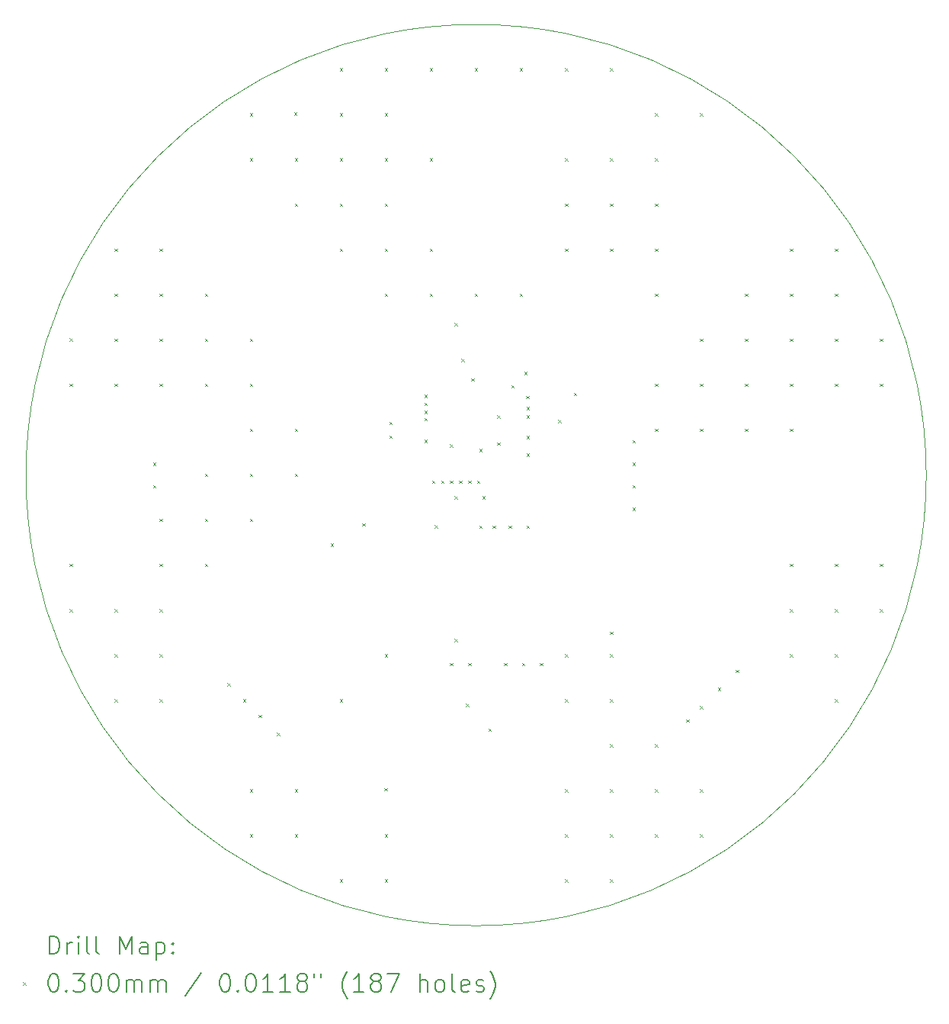
<source format=gbr>
%TF.GenerationSoftware,KiCad,Pcbnew,8.0.4*%
%TF.CreationDate,2024-09-30T00:03:33+08:00*%
%TF.ProjectId,Transformer_Monitor_V1,5472616e-7366-46f7-926d-65725f4d6f6e,rev?*%
%TF.SameCoordinates,Original*%
%TF.FileFunction,Drillmap*%
%TF.FilePolarity,Positive*%
%FSLAX45Y45*%
G04 Gerber Fmt 4.5, Leading zero omitted, Abs format (unit mm)*
G04 Created by KiCad (PCBNEW 8.0.4) date 2024-09-30 00:03:33*
%MOMM*%
%LPD*%
G01*
G04 APERTURE LIST*
%ADD10C,0.050000*%
%ADD11C,0.200000*%
%ADD12C,0.100000*%
G04 APERTURE END LIST*
D10*
X20000000Y-10000000D02*
G75*
G02*
X10000000Y-10000000I-5000000J0D01*
G01*
X10000000Y-10000000D02*
G75*
G02*
X20000000Y-10000000I5000000J0D01*
G01*
D11*
D12*
X10485000Y-8985000D02*
X10515000Y-9015000D01*
X10515000Y-8985000D02*
X10485000Y-9015000D01*
X10485000Y-10985000D02*
X10515000Y-11015000D01*
X10515000Y-10985000D02*
X10485000Y-11015000D01*
X10485000Y-11485000D02*
X10515000Y-11515000D01*
X10515000Y-11485000D02*
X10485000Y-11515000D01*
X10485732Y-8482123D02*
X10515732Y-8512123D01*
X10515732Y-8482123D02*
X10485732Y-8512123D01*
X10985000Y-7485000D02*
X11015000Y-7515000D01*
X11015000Y-7485000D02*
X10985000Y-7515000D01*
X10985000Y-7985000D02*
X11015000Y-8015000D01*
X11015000Y-7985000D02*
X10985000Y-8015000D01*
X10985000Y-8485000D02*
X11015000Y-8515000D01*
X11015000Y-8485000D02*
X10985000Y-8515000D01*
X10985000Y-8985000D02*
X11015000Y-9015000D01*
X11015000Y-8985000D02*
X10985000Y-9015000D01*
X10985000Y-11485000D02*
X11015000Y-11515000D01*
X11015000Y-11485000D02*
X10985000Y-11515000D01*
X10985000Y-11985000D02*
X11015000Y-12015000D01*
X11015000Y-11985000D02*
X10985000Y-12015000D01*
X10985000Y-12485000D02*
X11015000Y-12515000D01*
X11015000Y-12485000D02*
X10985000Y-12515000D01*
X11410000Y-9860000D02*
X11440000Y-9890000D01*
X11440000Y-9860000D02*
X11410000Y-9890000D01*
X11410000Y-10110000D02*
X11440000Y-10140000D01*
X11440000Y-10110000D02*
X11410000Y-10140000D01*
X11485000Y-7485000D02*
X11515000Y-7515000D01*
X11515000Y-7485000D02*
X11485000Y-7515000D01*
X11485000Y-7985000D02*
X11515000Y-8015000D01*
X11515000Y-7985000D02*
X11485000Y-8015000D01*
X11485000Y-8485000D02*
X11515000Y-8515000D01*
X11515000Y-8485000D02*
X11485000Y-8515000D01*
X11485000Y-8985000D02*
X11515000Y-9015000D01*
X11515000Y-8985000D02*
X11485000Y-9015000D01*
X11485000Y-10485000D02*
X11515000Y-10515000D01*
X11515000Y-10485000D02*
X11485000Y-10515000D01*
X11485000Y-10985000D02*
X11515000Y-11015000D01*
X11515000Y-10985000D02*
X11485000Y-11015000D01*
X11485000Y-11485000D02*
X11515000Y-11515000D01*
X11515000Y-11485000D02*
X11485000Y-11515000D01*
X11485000Y-11985000D02*
X11515000Y-12015000D01*
X11515000Y-11985000D02*
X11485000Y-12015000D01*
X11485000Y-12485000D02*
X11515000Y-12515000D01*
X11515000Y-12485000D02*
X11485000Y-12515000D01*
X11985000Y-7985000D02*
X12015000Y-8015000D01*
X12015000Y-7985000D02*
X11985000Y-8015000D01*
X11985000Y-8485000D02*
X12015000Y-8515000D01*
X12015000Y-8485000D02*
X11985000Y-8515000D01*
X11985000Y-8985000D02*
X12015000Y-9015000D01*
X12015000Y-8985000D02*
X11985000Y-9015000D01*
X11985000Y-9985000D02*
X12015000Y-10015000D01*
X12015000Y-9985000D02*
X11985000Y-10015000D01*
X11985000Y-10485000D02*
X12015000Y-10515000D01*
X12015000Y-10485000D02*
X11985000Y-10515000D01*
X11985000Y-10985000D02*
X12015000Y-11015000D01*
X12015000Y-10985000D02*
X11985000Y-11015000D01*
X12235000Y-12310000D02*
X12265000Y-12340000D01*
X12265000Y-12310000D02*
X12235000Y-12340000D01*
X12410000Y-12485000D02*
X12440000Y-12515000D01*
X12440000Y-12485000D02*
X12410000Y-12515000D01*
X12485000Y-5985000D02*
X12515000Y-6015000D01*
X12515000Y-5985000D02*
X12485000Y-6015000D01*
X12485000Y-6485000D02*
X12515000Y-6515000D01*
X12515000Y-6485000D02*
X12485000Y-6515000D01*
X12485000Y-8485000D02*
X12515000Y-8515000D01*
X12515000Y-8485000D02*
X12485000Y-8515000D01*
X12485000Y-8985000D02*
X12515000Y-9015000D01*
X12515000Y-8985000D02*
X12485000Y-9015000D01*
X12485000Y-9485000D02*
X12515000Y-9515000D01*
X12515000Y-9485000D02*
X12485000Y-9515000D01*
X12485000Y-9985000D02*
X12515000Y-10015000D01*
X12515000Y-9985000D02*
X12485000Y-10015000D01*
X12485000Y-10485000D02*
X12515000Y-10515000D01*
X12515000Y-10485000D02*
X12485000Y-10515000D01*
X12485000Y-13485000D02*
X12515000Y-13515000D01*
X12515000Y-13485000D02*
X12485000Y-13515000D01*
X12485000Y-13985000D02*
X12515000Y-14015000D01*
X12515000Y-13985000D02*
X12485000Y-14015000D01*
X12585000Y-12660000D02*
X12615000Y-12690000D01*
X12615000Y-12660000D02*
X12585000Y-12690000D01*
X12785000Y-12860000D02*
X12815000Y-12890000D01*
X12815000Y-12860000D02*
X12785000Y-12890000D01*
X12977197Y-5977252D02*
X13007197Y-6007252D01*
X13007197Y-5977252D02*
X12977197Y-6007252D01*
X12985000Y-6485000D02*
X13015000Y-6515000D01*
X13015000Y-6485000D02*
X12985000Y-6515000D01*
X12985000Y-6985000D02*
X13015000Y-7015000D01*
X13015000Y-6985000D02*
X12985000Y-7015000D01*
X12985000Y-9485000D02*
X13015000Y-9515000D01*
X13015000Y-9485000D02*
X12985000Y-9515000D01*
X12985000Y-9985000D02*
X13015000Y-10015000D01*
X13015000Y-9985000D02*
X12985000Y-10015000D01*
X12985000Y-13485000D02*
X13015000Y-13515000D01*
X13015000Y-13485000D02*
X12985000Y-13515000D01*
X12985000Y-13985000D02*
X13015000Y-14015000D01*
X13015000Y-13985000D02*
X12985000Y-14015000D01*
X13385000Y-10760000D02*
X13415000Y-10790000D01*
X13415000Y-10760000D02*
X13385000Y-10790000D01*
X13485000Y-5485000D02*
X13515000Y-5515000D01*
X13515000Y-5485000D02*
X13485000Y-5515000D01*
X13485000Y-5985000D02*
X13515000Y-6015000D01*
X13515000Y-5985000D02*
X13485000Y-6015000D01*
X13485000Y-6485000D02*
X13515000Y-6515000D01*
X13515000Y-6485000D02*
X13485000Y-6515000D01*
X13485000Y-6985000D02*
X13515000Y-7015000D01*
X13515000Y-6985000D02*
X13485000Y-7015000D01*
X13485000Y-7485000D02*
X13515000Y-7515000D01*
X13515000Y-7485000D02*
X13485000Y-7515000D01*
X13485000Y-12485000D02*
X13515000Y-12515000D01*
X13515000Y-12485000D02*
X13485000Y-12515000D01*
X13485000Y-14485000D02*
X13515000Y-14515000D01*
X13515000Y-14485000D02*
X13485000Y-14515000D01*
X13735000Y-10535000D02*
X13765000Y-10565000D01*
X13765000Y-10535000D02*
X13735000Y-10565000D01*
X13982422Y-13472545D02*
X14012422Y-13502545D01*
X14012422Y-13472545D02*
X13982422Y-13502545D01*
X13985000Y-5485000D02*
X14015000Y-5515000D01*
X14015000Y-5485000D02*
X13985000Y-5515000D01*
X13985000Y-5985000D02*
X14015000Y-6015000D01*
X14015000Y-5985000D02*
X13985000Y-6015000D01*
X13985000Y-6485000D02*
X14015000Y-6515000D01*
X14015000Y-6485000D02*
X13985000Y-6515000D01*
X13985000Y-6985000D02*
X14015000Y-7015000D01*
X14015000Y-6985000D02*
X13985000Y-7015000D01*
X13985000Y-7485000D02*
X14015000Y-7515000D01*
X14015000Y-7485000D02*
X13985000Y-7515000D01*
X13985000Y-7985000D02*
X14015000Y-8015000D01*
X14015000Y-7985000D02*
X13985000Y-8015000D01*
X13985000Y-11985000D02*
X14015000Y-12015000D01*
X14015000Y-11985000D02*
X13985000Y-12015000D01*
X13985000Y-13985000D02*
X14015000Y-14015000D01*
X14015000Y-13985000D02*
X13985000Y-14015000D01*
X13985000Y-14485000D02*
X14015000Y-14515000D01*
X14015000Y-14485000D02*
X13985000Y-14515000D01*
X14035000Y-9410000D02*
X14065000Y-9440000D01*
X14065000Y-9410000D02*
X14035000Y-9440000D01*
X14035000Y-9560000D02*
X14065000Y-9590000D01*
X14065000Y-9560000D02*
X14035000Y-9590000D01*
X14423408Y-9609332D02*
X14453408Y-9639332D01*
X14453408Y-9609332D02*
X14423408Y-9639332D01*
X14425000Y-9110000D02*
X14455000Y-9140000D01*
X14455000Y-9110000D02*
X14425000Y-9140000D01*
X14425000Y-9195000D02*
X14455000Y-9225000D01*
X14455000Y-9195000D02*
X14425000Y-9225000D01*
X14425000Y-9285000D02*
X14455000Y-9315000D01*
X14455000Y-9285000D02*
X14425000Y-9315000D01*
X14425000Y-9365000D02*
X14455000Y-9395000D01*
X14455000Y-9365000D02*
X14425000Y-9395000D01*
X14485000Y-5485000D02*
X14515000Y-5515000D01*
X14515000Y-5485000D02*
X14485000Y-5515000D01*
X14485000Y-6485000D02*
X14515000Y-6515000D01*
X14515000Y-6485000D02*
X14485000Y-6515000D01*
X14485000Y-7485000D02*
X14515000Y-7515000D01*
X14515000Y-7485000D02*
X14485000Y-7515000D01*
X14485000Y-7985000D02*
X14515000Y-8015000D01*
X14515000Y-7985000D02*
X14485000Y-8015000D01*
X14510000Y-10060000D02*
X14540000Y-10090000D01*
X14540000Y-10060000D02*
X14510000Y-10090000D01*
X14538486Y-10555032D02*
X14568486Y-10585032D01*
X14568486Y-10555032D02*
X14538486Y-10585032D01*
X14610000Y-10060000D02*
X14640000Y-10090000D01*
X14640000Y-10060000D02*
X14610000Y-10090000D01*
X14710000Y-9660000D02*
X14740000Y-9690000D01*
X14740000Y-9660000D02*
X14710000Y-9690000D01*
X14710000Y-10060000D02*
X14740000Y-10090000D01*
X14740000Y-10060000D02*
X14710000Y-10090000D01*
X14710000Y-12085000D02*
X14740000Y-12115000D01*
X14740000Y-12085000D02*
X14710000Y-12115000D01*
X14759434Y-11818368D02*
X14789434Y-11848368D01*
X14789434Y-11818368D02*
X14759434Y-11848368D01*
X14760000Y-8310000D02*
X14790000Y-8340000D01*
X14790000Y-8310000D02*
X14760000Y-8340000D01*
X14760000Y-10235000D02*
X14790000Y-10265000D01*
X14790000Y-10235000D02*
X14760000Y-10265000D01*
X14810000Y-10060000D02*
X14840000Y-10090000D01*
X14840000Y-10060000D02*
X14810000Y-10090000D01*
X14835000Y-8710000D02*
X14865000Y-8740000D01*
X14865000Y-8710000D02*
X14835000Y-8740000D01*
X14885000Y-12535000D02*
X14915000Y-12565000D01*
X14915000Y-12535000D02*
X14885000Y-12565000D01*
X14910000Y-10060000D02*
X14940000Y-10090000D01*
X14940000Y-10060000D02*
X14910000Y-10090000D01*
X14910000Y-12085000D02*
X14940000Y-12115000D01*
X14940000Y-12085000D02*
X14910000Y-12115000D01*
X14946485Y-8927201D02*
X14976485Y-8957201D01*
X14976485Y-8927201D02*
X14946485Y-8957201D01*
X14985000Y-5485000D02*
X15015000Y-5515000D01*
X15015000Y-5485000D02*
X14985000Y-5515000D01*
X14985000Y-7985000D02*
X15015000Y-8015000D01*
X15015000Y-7985000D02*
X14985000Y-8015000D01*
X15010000Y-10060000D02*
X15040000Y-10090000D01*
X15040000Y-10060000D02*
X15010000Y-10090000D01*
X15035000Y-9710000D02*
X15065000Y-9740000D01*
X15065000Y-9710000D02*
X15035000Y-9740000D01*
X15035000Y-10560000D02*
X15065000Y-10590000D01*
X15065000Y-10560000D02*
X15035000Y-10590000D01*
X15070000Y-10235000D02*
X15100000Y-10265000D01*
X15100000Y-10235000D02*
X15070000Y-10265000D01*
X15135000Y-12810000D02*
X15165000Y-12840000D01*
X15165000Y-12810000D02*
X15135000Y-12840000D01*
X15185000Y-10560000D02*
X15215000Y-10590000D01*
X15215000Y-10560000D02*
X15185000Y-10590000D01*
X15235000Y-9335000D02*
X15265000Y-9365000D01*
X15265000Y-9335000D02*
X15235000Y-9365000D01*
X15235000Y-9635000D02*
X15265000Y-9665000D01*
X15265000Y-9635000D02*
X15235000Y-9665000D01*
X15310000Y-12085000D02*
X15340000Y-12115000D01*
X15340000Y-12085000D02*
X15310000Y-12115000D01*
X15360000Y-10560000D02*
X15390000Y-10590000D01*
X15390000Y-10560000D02*
X15360000Y-10590000D01*
X15391921Y-9000457D02*
X15421921Y-9030457D01*
X15421921Y-9000457D02*
X15391921Y-9030457D01*
X15485000Y-5485000D02*
X15515000Y-5515000D01*
X15515000Y-5485000D02*
X15485000Y-5515000D01*
X15485000Y-7985000D02*
X15515000Y-8015000D01*
X15515000Y-7985000D02*
X15485000Y-8015000D01*
X15510000Y-12085000D02*
X15540000Y-12115000D01*
X15540000Y-12085000D02*
X15510000Y-12115000D01*
X15533091Y-8851506D02*
X15563091Y-8881506D01*
X15563091Y-8851506D02*
X15533091Y-8881506D01*
X15556213Y-9121177D02*
X15586213Y-9151177D01*
X15586213Y-9121177D02*
X15556213Y-9151177D01*
X15560000Y-9241177D02*
X15590000Y-9271177D01*
X15590000Y-9241177D02*
X15560000Y-9271177D01*
X15560000Y-9335000D02*
X15590000Y-9365000D01*
X15590000Y-9335000D02*
X15560000Y-9365000D01*
X15560000Y-9566038D02*
X15590000Y-9596038D01*
X15590000Y-9566038D02*
X15560000Y-9596038D01*
X15560000Y-9760000D02*
X15590000Y-9790000D01*
X15590000Y-9760000D02*
X15560000Y-9790000D01*
X15560000Y-10560000D02*
X15590000Y-10590000D01*
X15590000Y-10560000D02*
X15560000Y-10590000D01*
X15710000Y-12085000D02*
X15740000Y-12115000D01*
X15740000Y-12085000D02*
X15710000Y-12115000D01*
X15910000Y-9385000D02*
X15940000Y-9415000D01*
X15940000Y-9385000D02*
X15910000Y-9415000D01*
X15985000Y-5485000D02*
X16015000Y-5515000D01*
X16015000Y-5485000D02*
X15985000Y-5515000D01*
X15985000Y-6485000D02*
X16015000Y-6515000D01*
X16015000Y-6485000D02*
X15985000Y-6515000D01*
X15985000Y-6985000D02*
X16015000Y-7015000D01*
X16015000Y-6985000D02*
X15985000Y-7015000D01*
X15985000Y-7485000D02*
X16015000Y-7515000D01*
X16015000Y-7485000D02*
X15985000Y-7515000D01*
X15985000Y-11985000D02*
X16015000Y-12015000D01*
X16015000Y-11985000D02*
X15985000Y-12015000D01*
X15985000Y-12485000D02*
X16015000Y-12515000D01*
X16015000Y-12485000D02*
X15985000Y-12515000D01*
X15985000Y-13485000D02*
X16015000Y-13515000D01*
X16015000Y-13485000D02*
X15985000Y-13515000D01*
X15985000Y-13985000D02*
X16015000Y-14015000D01*
X16015000Y-13985000D02*
X15985000Y-14015000D01*
X15985000Y-14485000D02*
X16015000Y-14515000D01*
X16015000Y-14485000D02*
X15985000Y-14515000D01*
X16085000Y-9085000D02*
X16115000Y-9115000D01*
X16115000Y-9085000D02*
X16085000Y-9115000D01*
X16485000Y-5485000D02*
X16515000Y-5515000D01*
X16515000Y-5485000D02*
X16485000Y-5515000D01*
X16485000Y-6485000D02*
X16515000Y-6515000D01*
X16515000Y-6485000D02*
X16485000Y-6515000D01*
X16485000Y-6985000D02*
X16515000Y-7015000D01*
X16515000Y-6985000D02*
X16485000Y-7015000D01*
X16485000Y-7485000D02*
X16515000Y-7515000D01*
X16515000Y-7485000D02*
X16485000Y-7515000D01*
X16485000Y-11735000D02*
X16515000Y-11765000D01*
X16515000Y-11735000D02*
X16485000Y-11765000D01*
X16485000Y-11985000D02*
X16515000Y-12015000D01*
X16515000Y-11985000D02*
X16485000Y-12015000D01*
X16485000Y-12485000D02*
X16515000Y-12515000D01*
X16515000Y-12485000D02*
X16485000Y-12515000D01*
X16485000Y-12985000D02*
X16515000Y-13015000D01*
X16515000Y-12985000D02*
X16485000Y-13015000D01*
X16485000Y-13485000D02*
X16515000Y-13515000D01*
X16515000Y-13485000D02*
X16485000Y-13515000D01*
X16485000Y-13985000D02*
X16515000Y-14015000D01*
X16515000Y-13985000D02*
X16485000Y-14015000D01*
X16485000Y-14485000D02*
X16515000Y-14515000D01*
X16515000Y-14485000D02*
X16485000Y-14515000D01*
X16735000Y-9610000D02*
X16765000Y-9640000D01*
X16765000Y-9610000D02*
X16735000Y-9640000D01*
X16735000Y-9860000D02*
X16765000Y-9890000D01*
X16765000Y-9860000D02*
X16735000Y-9890000D01*
X16735000Y-10110000D02*
X16765000Y-10140000D01*
X16765000Y-10110000D02*
X16735000Y-10140000D01*
X16735000Y-10360000D02*
X16765000Y-10390000D01*
X16765000Y-10360000D02*
X16735000Y-10390000D01*
X16985000Y-5985000D02*
X17015000Y-6015000D01*
X17015000Y-5985000D02*
X16985000Y-6015000D01*
X16985000Y-6485000D02*
X17015000Y-6515000D01*
X17015000Y-6485000D02*
X16985000Y-6515000D01*
X16985000Y-6985000D02*
X17015000Y-7015000D01*
X17015000Y-6985000D02*
X16985000Y-7015000D01*
X16985000Y-7485000D02*
X17015000Y-7515000D01*
X17015000Y-7485000D02*
X16985000Y-7515000D01*
X16985000Y-7985000D02*
X17015000Y-8015000D01*
X17015000Y-7985000D02*
X16985000Y-8015000D01*
X16985000Y-8985000D02*
X17015000Y-9015000D01*
X17015000Y-8985000D02*
X16985000Y-9015000D01*
X16985000Y-9485000D02*
X17015000Y-9515000D01*
X17015000Y-9485000D02*
X16985000Y-9515000D01*
X16985000Y-12985000D02*
X17015000Y-13015000D01*
X17015000Y-12985000D02*
X16985000Y-13015000D01*
X16985000Y-13485000D02*
X17015000Y-13515000D01*
X17015000Y-13485000D02*
X16985000Y-13515000D01*
X16985000Y-13985000D02*
X17015000Y-14015000D01*
X17015000Y-13985000D02*
X16985000Y-14015000D01*
X17335000Y-12710000D02*
X17365000Y-12740000D01*
X17365000Y-12710000D02*
X17335000Y-12740000D01*
X17485000Y-5985000D02*
X17515000Y-6015000D01*
X17515000Y-5985000D02*
X17485000Y-6015000D01*
X17485000Y-8485000D02*
X17515000Y-8515000D01*
X17515000Y-8485000D02*
X17485000Y-8515000D01*
X17485000Y-8985000D02*
X17515000Y-9015000D01*
X17515000Y-8985000D02*
X17485000Y-9015000D01*
X17485000Y-9485000D02*
X17515000Y-9515000D01*
X17515000Y-9485000D02*
X17485000Y-9515000D01*
X17485000Y-12560000D02*
X17515000Y-12590000D01*
X17515000Y-12560000D02*
X17485000Y-12590000D01*
X17485000Y-13485000D02*
X17515000Y-13515000D01*
X17515000Y-13485000D02*
X17485000Y-13515000D01*
X17485000Y-13985000D02*
X17515000Y-14015000D01*
X17515000Y-13985000D02*
X17485000Y-14015000D01*
X17685000Y-12360000D02*
X17715000Y-12390000D01*
X17715000Y-12360000D02*
X17685000Y-12390000D01*
X17885000Y-12160000D02*
X17915000Y-12190000D01*
X17915000Y-12160000D02*
X17885000Y-12190000D01*
X17985000Y-7985000D02*
X18015000Y-8015000D01*
X18015000Y-7985000D02*
X17985000Y-8015000D01*
X17985000Y-8485000D02*
X18015000Y-8515000D01*
X18015000Y-8485000D02*
X17985000Y-8515000D01*
X17985000Y-8985000D02*
X18015000Y-9015000D01*
X18015000Y-8985000D02*
X17985000Y-9015000D01*
X17985000Y-9485000D02*
X18015000Y-9515000D01*
X18015000Y-9485000D02*
X17985000Y-9515000D01*
X18485000Y-7485000D02*
X18515000Y-7515000D01*
X18515000Y-7485000D02*
X18485000Y-7515000D01*
X18485000Y-7985000D02*
X18515000Y-8015000D01*
X18515000Y-7985000D02*
X18485000Y-8015000D01*
X18485000Y-8485000D02*
X18515000Y-8515000D01*
X18515000Y-8485000D02*
X18485000Y-8515000D01*
X18485000Y-8985000D02*
X18515000Y-9015000D01*
X18515000Y-8985000D02*
X18485000Y-9015000D01*
X18485000Y-9485000D02*
X18515000Y-9515000D01*
X18515000Y-9485000D02*
X18485000Y-9515000D01*
X18485000Y-10985000D02*
X18515000Y-11015000D01*
X18515000Y-10985000D02*
X18485000Y-11015000D01*
X18485000Y-11485000D02*
X18515000Y-11515000D01*
X18515000Y-11485000D02*
X18485000Y-11515000D01*
X18485000Y-11985000D02*
X18515000Y-12015000D01*
X18515000Y-11985000D02*
X18485000Y-12015000D01*
X18985000Y-7485000D02*
X19015000Y-7515000D01*
X19015000Y-7485000D02*
X18985000Y-7515000D01*
X18985000Y-7985000D02*
X19015000Y-8015000D01*
X19015000Y-7985000D02*
X18985000Y-8015000D01*
X18985000Y-8485000D02*
X19015000Y-8515000D01*
X19015000Y-8485000D02*
X18985000Y-8515000D01*
X18985000Y-8985000D02*
X19015000Y-9015000D01*
X19015000Y-8985000D02*
X18985000Y-9015000D01*
X18985000Y-10985000D02*
X19015000Y-11015000D01*
X19015000Y-10985000D02*
X18985000Y-11015000D01*
X18985000Y-11485000D02*
X19015000Y-11515000D01*
X19015000Y-11485000D02*
X18985000Y-11515000D01*
X18985000Y-11985000D02*
X19015000Y-12015000D01*
X19015000Y-11985000D02*
X18985000Y-12015000D01*
X18985000Y-12485000D02*
X19015000Y-12515000D01*
X19015000Y-12485000D02*
X18985000Y-12515000D01*
X19485000Y-8485000D02*
X19515000Y-8515000D01*
X19515000Y-8485000D02*
X19485000Y-8515000D01*
X19485000Y-8985000D02*
X19515000Y-9015000D01*
X19515000Y-8985000D02*
X19485000Y-9015000D01*
X19485000Y-10985000D02*
X19515000Y-11015000D01*
X19515000Y-10985000D02*
X19485000Y-11015000D01*
X19485000Y-11485000D02*
X19515000Y-11515000D01*
X19515000Y-11485000D02*
X19485000Y-11515000D01*
D11*
X10258277Y-15313984D02*
X10258277Y-15113984D01*
X10258277Y-15113984D02*
X10305896Y-15113984D01*
X10305896Y-15113984D02*
X10334467Y-15123508D01*
X10334467Y-15123508D02*
X10353515Y-15142555D01*
X10353515Y-15142555D02*
X10363039Y-15161603D01*
X10363039Y-15161603D02*
X10372563Y-15199698D01*
X10372563Y-15199698D02*
X10372563Y-15228269D01*
X10372563Y-15228269D02*
X10363039Y-15266365D01*
X10363039Y-15266365D02*
X10353515Y-15285412D01*
X10353515Y-15285412D02*
X10334467Y-15304460D01*
X10334467Y-15304460D02*
X10305896Y-15313984D01*
X10305896Y-15313984D02*
X10258277Y-15313984D01*
X10458277Y-15313984D02*
X10458277Y-15180650D01*
X10458277Y-15218746D02*
X10467801Y-15199698D01*
X10467801Y-15199698D02*
X10477324Y-15190174D01*
X10477324Y-15190174D02*
X10496372Y-15180650D01*
X10496372Y-15180650D02*
X10515420Y-15180650D01*
X10582086Y-15313984D02*
X10582086Y-15180650D01*
X10582086Y-15113984D02*
X10572563Y-15123508D01*
X10572563Y-15123508D02*
X10582086Y-15133031D01*
X10582086Y-15133031D02*
X10591610Y-15123508D01*
X10591610Y-15123508D02*
X10582086Y-15113984D01*
X10582086Y-15113984D02*
X10582086Y-15133031D01*
X10705896Y-15313984D02*
X10686848Y-15304460D01*
X10686848Y-15304460D02*
X10677324Y-15285412D01*
X10677324Y-15285412D02*
X10677324Y-15113984D01*
X10810658Y-15313984D02*
X10791610Y-15304460D01*
X10791610Y-15304460D02*
X10782086Y-15285412D01*
X10782086Y-15285412D02*
X10782086Y-15113984D01*
X11039229Y-15313984D02*
X11039229Y-15113984D01*
X11039229Y-15113984D02*
X11105896Y-15256841D01*
X11105896Y-15256841D02*
X11172563Y-15113984D01*
X11172563Y-15113984D02*
X11172563Y-15313984D01*
X11353515Y-15313984D02*
X11353515Y-15209222D01*
X11353515Y-15209222D02*
X11343991Y-15190174D01*
X11343991Y-15190174D02*
X11324943Y-15180650D01*
X11324943Y-15180650D02*
X11286848Y-15180650D01*
X11286848Y-15180650D02*
X11267801Y-15190174D01*
X11353515Y-15304460D02*
X11334467Y-15313984D01*
X11334467Y-15313984D02*
X11286848Y-15313984D01*
X11286848Y-15313984D02*
X11267801Y-15304460D01*
X11267801Y-15304460D02*
X11258277Y-15285412D01*
X11258277Y-15285412D02*
X11258277Y-15266365D01*
X11258277Y-15266365D02*
X11267801Y-15247317D01*
X11267801Y-15247317D02*
X11286848Y-15237793D01*
X11286848Y-15237793D02*
X11334467Y-15237793D01*
X11334467Y-15237793D02*
X11353515Y-15228269D01*
X11448753Y-15180650D02*
X11448753Y-15380650D01*
X11448753Y-15190174D02*
X11467801Y-15180650D01*
X11467801Y-15180650D02*
X11505896Y-15180650D01*
X11505896Y-15180650D02*
X11524943Y-15190174D01*
X11524943Y-15190174D02*
X11534467Y-15199698D01*
X11534467Y-15199698D02*
X11543991Y-15218746D01*
X11543991Y-15218746D02*
X11543991Y-15275888D01*
X11543991Y-15275888D02*
X11534467Y-15294936D01*
X11534467Y-15294936D02*
X11524943Y-15304460D01*
X11524943Y-15304460D02*
X11505896Y-15313984D01*
X11505896Y-15313984D02*
X11467801Y-15313984D01*
X11467801Y-15313984D02*
X11448753Y-15304460D01*
X11629705Y-15294936D02*
X11639229Y-15304460D01*
X11639229Y-15304460D02*
X11629705Y-15313984D01*
X11629705Y-15313984D02*
X11620182Y-15304460D01*
X11620182Y-15304460D02*
X11629705Y-15294936D01*
X11629705Y-15294936D02*
X11629705Y-15313984D01*
X11629705Y-15190174D02*
X11639229Y-15199698D01*
X11639229Y-15199698D02*
X11629705Y-15209222D01*
X11629705Y-15209222D02*
X11620182Y-15199698D01*
X11620182Y-15199698D02*
X11629705Y-15190174D01*
X11629705Y-15190174D02*
X11629705Y-15209222D01*
D12*
X9967500Y-15627500D02*
X9997500Y-15657500D01*
X9997500Y-15627500D02*
X9967500Y-15657500D01*
D11*
X10296372Y-15533984D02*
X10315420Y-15533984D01*
X10315420Y-15533984D02*
X10334467Y-15543508D01*
X10334467Y-15543508D02*
X10343991Y-15553031D01*
X10343991Y-15553031D02*
X10353515Y-15572079D01*
X10353515Y-15572079D02*
X10363039Y-15610174D01*
X10363039Y-15610174D02*
X10363039Y-15657793D01*
X10363039Y-15657793D02*
X10353515Y-15695888D01*
X10353515Y-15695888D02*
X10343991Y-15714936D01*
X10343991Y-15714936D02*
X10334467Y-15724460D01*
X10334467Y-15724460D02*
X10315420Y-15733984D01*
X10315420Y-15733984D02*
X10296372Y-15733984D01*
X10296372Y-15733984D02*
X10277324Y-15724460D01*
X10277324Y-15724460D02*
X10267801Y-15714936D01*
X10267801Y-15714936D02*
X10258277Y-15695888D01*
X10258277Y-15695888D02*
X10248753Y-15657793D01*
X10248753Y-15657793D02*
X10248753Y-15610174D01*
X10248753Y-15610174D02*
X10258277Y-15572079D01*
X10258277Y-15572079D02*
X10267801Y-15553031D01*
X10267801Y-15553031D02*
X10277324Y-15543508D01*
X10277324Y-15543508D02*
X10296372Y-15533984D01*
X10448753Y-15714936D02*
X10458277Y-15724460D01*
X10458277Y-15724460D02*
X10448753Y-15733984D01*
X10448753Y-15733984D02*
X10439229Y-15724460D01*
X10439229Y-15724460D02*
X10448753Y-15714936D01*
X10448753Y-15714936D02*
X10448753Y-15733984D01*
X10524944Y-15533984D02*
X10648753Y-15533984D01*
X10648753Y-15533984D02*
X10582086Y-15610174D01*
X10582086Y-15610174D02*
X10610658Y-15610174D01*
X10610658Y-15610174D02*
X10629705Y-15619698D01*
X10629705Y-15619698D02*
X10639229Y-15629222D01*
X10639229Y-15629222D02*
X10648753Y-15648269D01*
X10648753Y-15648269D02*
X10648753Y-15695888D01*
X10648753Y-15695888D02*
X10639229Y-15714936D01*
X10639229Y-15714936D02*
X10629705Y-15724460D01*
X10629705Y-15724460D02*
X10610658Y-15733984D01*
X10610658Y-15733984D02*
X10553515Y-15733984D01*
X10553515Y-15733984D02*
X10534467Y-15724460D01*
X10534467Y-15724460D02*
X10524944Y-15714936D01*
X10772563Y-15533984D02*
X10791610Y-15533984D01*
X10791610Y-15533984D02*
X10810658Y-15543508D01*
X10810658Y-15543508D02*
X10820182Y-15553031D01*
X10820182Y-15553031D02*
X10829705Y-15572079D01*
X10829705Y-15572079D02*
X10839229Y-15610174D01*
X10839229Y-15610174D02*
X10839229Y-15657793D01*
X10839229Y-15657793D02*
X10829705Y-15695888D01*
X10829705Y-15695888D02*
X10820182Y-15714936D01*
X10820182Y-15714936D02*
X10810658Y-15724460D01*
X10810658Y-15724460D02*
X10791610Y-15733984D01*
X10791610Y-15733984D02*
X10772563Y-15733984D01*
X10772563Y-15733984D02*
X10753515Y-15724460D01*
X10753515Y-15724460D02*
X10743991Y-15714936D01*
X10743991Y-15714936D02*
X10734467Y-15695888D01*
X10734467Y-15695888D02*
X10724944Y-15657793D01*
X10724944Y-15657793D02*
X10724944Y-15610174D01*
X10724944Y-15610174D02*
X10734467Y-15572079D01*
X10734467Y-15572079D02*
X10743991Y-15553031D01*
X10743991Y-15553031D02*
X10753515Y-15543508D01*
X10753515Y-15543508D02*
X10772563Y-15533984D01*
X10963039Y-15533984D02*
X10982086Y-15533984D01*
X10982086Y-15533984D02*
X11001134Y-15543508D01*
X11001134Y-15543508D02*
X11010658Y-15553031D01*
X11010658Y-15553031D02*
X11020182Y-15572079D01*
X11020182Y-15572079D02*
X11029705Y-15610174D01*
X11029705Y-15610174D02*
X11029705Y-15657793D01*
X11029705Y-15657793D02*
X11020182Y-15695888D01*
X11020182Y-15695888D02*
X11010658Y-15714936D01*
X11010658Y-15714936D02*
X11001134Y-15724460D01*
X11001134Y-15724460D02*
X10982086Y-15733984D01*
X10982086Y-15733984D02*
X10963039Y-15733984D01*
X10963039Y-15733984D02*
X10943991Y-15724460D01*
X10943991Y-15724460D02*
X10934467Y-15714936D01*
X10934467Y-15714936D02*
X10924944Y-15695888D01*
X10924944Y-15695888D02*
X10915420Y-15657793D01*
X10915420Y-15657793D02*
X10915420Y-15610174D01*
X10915420Y-15610174D02*
X10924944Y-15572079D01*
X10924944Y-15572079D02*
X10934467Y-15553031D01*
X10934467Y-15553031D02*
X10943991Y-15543508D01*
X10943991Y-15543508D02*
X10963039Y-15533984D01*
X11115420Y-15733984D02*
X11115420Y-15600650D01*
X11115420Y-15619698D02*
X11124944Y-15610174D01*
X11124944Y-15610174D02*
X11143991Y-15600650D01*
X11143991Y-15600650D02*
X11172563Y-15600650D01*
X11172563Y-15600650D02*
X11191610Y-15610174D01*
X11191610Y-15610174D02*
X11201134Y-15629222D01*
X11201134Y-15629222D02*
X11201134Y-15733984D01*
X11201134Y-15629222D02*
X11210658Y-15610174D01*
X11210658Y-15610174D02*
X11229705Y-15600650D01*
X11229705Y-15600650D02*
X11258277Y-15600650D01*
X11258277Y-15600650D02*
X11277324Y-15610174D01*
X11277324Y-15610174D02*
X11286848Y-15629222D01*
X11286848Y-15629222D02*
X11286848Y-15733984D01*
X11382086Y-15733984D02*
X11382086Y-15600650D01*
X11382086Y-15619698D02*
X11391610Y-15610174D01*
X11391610Y-15610174D02*
X11410658Y-15600650D01*
X11410658Y-15600650D02*
X11439229Y-15600650D01*
X11439229Y-15600650D02*
X11458277Y-15610174D01*
X11458277Y-15610174D02*
X11467801Y-15629222D01*
X11467801Y-15629222D02*
X11467801Y-15733984D01*
X11467801Y-15629222D02*
X11477324Y-15610174D01*
X11477324Y-15610174D02*
X11496372Y-15600650D01*
X11496372Y-15600650D02*
X11524943Y-15600650D01*
X11524943Y-15600650D02*
X11543991Y-15610174D01*
X11543991Y-15610174D02*
X11553515Y-15629222D01*
X11553515Y-15629222D02*
X11553515Y-15733984D01*
X11943991Y-15524460D02*
X11772563Y-15781603D01*
X12201134Y-15533984D02*
X12220182Y-15533984D01*
X12220182Y-15533984D02*
X12239229Y-15543508D01*
X12239229Y-15543508D02*
X12248753Y-15553031D01*
X12248753Y-15553031D02*
X12258277Y-15572079D01*
X12258277Y-15572079D02*
X12267801Y-15610174D01*
X12267801Y-15610174D02*
X12267801Y-15657793D01*
X12267801Y-15657793D02*
X12258277Y-15695888D01*
X12258277Y-15695888D02*
X12248753Y-15714936D01*
X12248753Y-15714936D02*
X12239229Y-15724460D01*
X12239229Y-15724460D02*
X12220182Y-15733984D01*
X12220182Y-15733984D02*
X12201134Y-15733984D01*
X12201134Y-15733984D02*
X12182086Y-15724460D01*
X12182086Y-15724460D02*
X12172563Y-15714936D01*
X12172563Y-15714936D02*
X12163039Y-15695888D01*
X12163039Y-15695888D02*
X12153515Y-15657793D01*
X12153515Y-15657793D02*
X12153515Y-15610174D01*
X12153515Y-15610174D02*
X12163039Y-15572079D01*
X12163039Y-15572079D02*
X12172563Y-15553031D01*
X12172563Y-15553031D02*
X12182086Y-15543508D01*
X12182086Y-15543508D02*
X12201134Y-15533984D01*
X12353515Y-15714936D02*
X12363039Y-15724460D01*
X12363039Y-15724460D02*
X12353515Y-15733984D01*
X12353515Y-15733984D02*
X12343991Y-15724460D01*
X12343991Y-15724460D02*
X12353515Y-15714936D01*
X12353515Y-15714936D02*
X12353515Y-15733984D01*
X12486848Y-15533984D02*
X12505896Y-15533984D01*
X12505896Y-15533984D02*
X12524944Y-15543508D01*
X12524944Y-15543508D02*
X12534467Y-15553031D01*
X12534467Y-15553031D02*
X12543991Y-15572079D01*
X12543991Y-15572079D02*
X12553515Y-15610174D01*
X12553515Y-15610174D02*
X12553515Y-15657793D01*
X12553515Y-15657793D02*
X12543991Y-15695888D01*
X12543991Y-15695888D02*
X12534467Y-15714936D01*
X12534467Y-15714936D02*
X12524944Y-15724460D01*
X12524944Y-15724460D02*
X12505896Y-15733984D01*
X12505896Y-15733984D02*
X12486848Y-15733984D01*
X12486848Y-15733984D02*
X12467801Y-15724460D01*
X12467801Y-15724460D02*
X12458277Y-15714936D01*
X12458277Y-15714936D02*
X12448753Y-15695888D01*
X12448753Y-15695888D02*
X12439229Y-15657793D01*
X12439229Y-15657793D02*
X12439229Y-15610174D01*
X12439229Y-15610174D02*
X12448753Y-15572079D01*
X12448753Y-15572079D02*
X12458277Y-15553031D01*
X12458277Y-15553031D02*
X12467801Y-15543508D01*
X12467801Y-15543508D02*
X12486848Y-15533984D01*
X12743991Y-15733984D02*
X12629706Y-15733984D01*
X12686848Y-15733984D02*
X12686848Y-15533984D01*
X12686848Y-15533984D02*
X12667801Y-15562555D01*
X12667801Y-15562555D02*
X12648753Y-15581603D01*
X12648753Y-15581603D02*
X12629706Y-15591127D01*
X12934467Y-15733984D02*
X12820182Y-15733984D01*
X12877325Y-15733984D02*
X12877325Y-15533984D01*
X12877325Y-15533984D02*
X12858277Y-15562555D01*
X12858277Y-15562555D02*
X12839229Y-15581603D01*
X12839229Y-15581603D02*
X12820182Y-15591127D01*
X13048753Y-15619698D02*
X13029706Y-15610174D01*
X13029706Y-15610174D02*
X13020182Y-15600650D01*
X13020182Y-15600650D02*
X13010658Y-15581603D01*
X13010658Y-15581603D02*
X13010658Y-15572079D01*
X13010658Y-15572079D02*
X13020182Y-15553031D01*
X13020182Y-15553031D02*
X13029706Y-15543508D01*
X13029706Y-15543508D02*
X13048753Y-15533984D01*
X13048753Y-15533984D02*
X13086848Y-15533984D01*
X13086848Y-15533984D02*
X13105896Y-15543508D01*
X13105896Y-15543508D02*
X13115420Y-15553031D01*
X13115420Y-15553031D02*
X13124944Y-15572079D01*
X13124944Y-15572079D02*
X13124944Y-15581603D01*
X13124944Y-15581603D02*
X13115420Y-15600650D01*
X13115420Y-15600650D02*
X13105896Y-15610174D01*
X13105896Y-15610174D02*
X13086848Y-15619698D01*
X13086848Y-15619698D02*
X13048753Y-15619698D01*
X13048753Y-15619698D02*
X13029706Y-15629222D01*
X13029706Y-15629222D02*
X13020182Y-15638746D01*
X13020182Y-15638746D02*
X13010658Y-15657793D01*
X13010658Y-15657793D02*
X13010658Y-15695888D01*
X13010658Y-15695888D02*
X13020182Y-15714936D01*
X13020182Y-15714936D02*
X13029706Y-15724460D01*
X13029706Y-15724460D02*
X13048753Y-15733984D01*
X13048753Y-15733984D02*
X13086848Y-15733984D01*
X13086848Y-15733984D02*
X13105896Y-15724460D01*
X13105896Y-15724460D02*
X13115420Y-15714936D01*
X13115420Y-15714936D02*
X13124944Y-15695888D01*
X13124944Y-15695888D02*
X13124944Y-15657793D01*
X13124944Y-15657793D02*
X13115420Y-15638746D01*
X13115420Y-15638746D02*
X13105896Y-15629222D01*
X13105896Y-15629222D02*
X13086848Y-15619698D01*
X13201134Y-15533984D02*
X13201134Y-15572079D01*
X13277325Y-15533984D02*
X13277325Y-15572079D01*
X13572563Y-15810174D02*
X13563039Y-15800650D01*
X13563039Y-15800650D02*
X13543991Y-15772079D01*
X13543991Y-15772079D02*
X13534468Y-15753031D01*
X13534468Y-15753031D02*
X13524944Y-15724460D01*
X13524944Y-15724460D02*
X13515420Y-15676841D01*
X13515420Y-15676841D02*
X13515420Y-15638746D01*
X13515420Y-15638746D02*
X13524944Y-15591127D01*
X13524944Y-15591127D02*
X13534468Y-15562555D01*
X13534468Y-15562555D02*
X13543991Y-15543508D01*
X13543991Y-15543508D02*
X13563039Y-15514936D01*
X13563039Y-15514936D02*
X13572563Y-15505412D01*
X13753515Y-15733984D02*
X13639229Y-15733984D01*
X13696372Y-15733984D02*
X13696372Y-15533984D01*
X13696372Y-15533984D02*
X13677325Y-15562555D01*
X13677325Y-15562555D02*
X13658277Y-15581603D01*
X13658277Y-15581603D02*
X13639229Y-15591127D01*
X13867801Y-15619698D02*
X13848753Y-15610174D01*
X13848753Y-15610174D02*
X13839229Y-15600650D01*
X13839229Y-15600650D02*
X13829706Y-15581603D01*
X13829706Y-15581603D02*
X13829706Y-15572079D01*
X13829706Y-15572079D02*
X13839229Y-15553031D01*
X13839229Y-15553031D02*
X13848753Y-15543508D01*
X13848753Y-15543508D02*
X13867801Y-15533984D01*
X13867801Y-15533984D02*
X13905896Y-15533984D01*
X13905896Y-15533984D02*
X13924944Y-15543508D01*
X13924944Y-15543508D02*
X13934468Y-15553031D01*
X13934468Y-15553031D02*
X13943991Y-15572079D01*
X13943991Y-15572079D02*
X13943991Y-15581603D01*
X13943991Y-15581603D02*
X13934468Y-15600650D01*
X13934468Y-15600650D02*
X13924944Y-15610174D01*
X13924944Y-15610174D02*
X13905896Y-15619698D01*
X13905896Y-15619698D02*
X13867801Y-15619698D01*
X13867801Y-15619698D02*
X13848753Y-15629222D01*
X13848753Y-15629222D02*
X13839229Y-15638746D01*
X13839229Y-15638746D02*
X13829706Y-15657793D01*
X13829706Y-15657793D02*
X13829706Y-15695888D01*
X13829706Y-15695888D02*
X13839229Y-15714936D01*
X13839229Y-15714936D02*
X13848753Y-15724460D01*
X13848753Y-15724460D02*
X13867801Y-15733984D01*
X13867801Y-15733984D02*
X13905896Y-15733984D01*
X13905896Y-15733984D02*
X13924944Y-15724460D01*
X13924944Y-15724460D02*
X13934468Y-15714936D01*
X13934468Y-15714936D02*
X13943991Y-15695888D01*
X13943991Y-15695888D02*
X13943991Y-15657793D01*
X13943991Y-15657793D02*
X13934468Y-15638746D01*
X13934468Y-15638746D02*
X13924944Y-15629222D01*
X13924944Y-15629222D02*
X13905896Y-15619698D01*
X14010658Y-15533984D02*
X14143991Y-15533984D01*
X14143991Y-15533984D02*
X14058277Y-15733984D01*
X14372563Y-15733984D02*
X14372563Y-15533984D01*
X14458277Y-15733984D02*
X14458277Y-15629222D01*
X14458277Y-15629222D02*
X14448753Y-15610174D01*
X14448753Y-15610174D02*
X14429706Y-15600650D01*
X14429706Y-15600650D02*
X14401134Y-15600650D01*
X14401134Y-15600650D02*
X14382087Y-15610174D01*
X14382087Y-15610174D02*
X14372563Y-15619698D01*
X14582087Y-15733984D02*
X14563039Y-15724460D01*
X14563039Y-15724460D02*
X14553515Y-15714936D01*
X14553515Y-15714936D02*
X14543991Y-15695888D01*
X14543991Y-15695888D02*
X14543991Y-15638746D01*
X14543991Y-15638746D02*
X14553515Y-15619698D01*
X14553515Y-15619698D02*
X14563039Y-15610174D01*
X14563039Y-15610174D02*
X14582087Y-15600650D01*
X14582087Y-15600650D02*
X14610658Y-15600650D01*
X14610658Y-15600650D02*
X14629706Y-15610174D01*
X14629706Y-15610174D02*
X14639230Y-15619698D01*
X14639230Y-15619698D02*
X14648753Y-15638746D01*
X14648753Y-15638746D02*
X14648753Y-15695888D01*
X14648753Y-15695888D02*
X14639230Y-15714936D01*
X14639230Y-15714936D02*
X14629706Y-15724460D01*
X14629706Y-15724460D02*
X14610658Y-15733984D01*
X14610658Y-15733984D02*
X14582087Y-15733984D01*
X14763039Y-15733984D02*
X14743991Y-15724460D01*
X14743991Y-15724460D02*
X14734468Y-15705412D01*
X14734468Y-15705412D02*
X14734468Y-15533984D01*
X14915420Y-15724460D02*
X14896372Y-15733984D01*
X14896372Y-15733984D02*
X14858277Y-15733984D01*
X14858277Y-15733984D02*
X14839230Y-15724460D01*
X14839230Y-15724460D02*
X14829706Y-15705412D01*
X14829706Y-15705412D02*
X14829706Y-15629222D01*
X14829706Y-15629222D02*
X14839230Y-15610174D01*
X14839230Y-15610174D02*
X14858277Y-15600650D01*
X14858277Y-15600650D02*
X14896372Y-15600650D01*
X14896372Y-15600650D02*
X14915420Y-15610174D01*
X14915420Y-15610174D02*
X14924944Y-15629222D01*
X14924944Y-15629222D02*
X14924944Y-15648269D01*
X14924944Y-15648269D02*
X14829706Y-15667317D01*
X15001134Y-15724460D02*
X15020182Y-15733984D01*
X15020182Y-15733984D02*
X15058277Y-15733984D01*
X15058277Y-15733984D02*
X15077325Y-15724460D01*
X15077325Y-15724460D02*
X15086849Y-15705412D01*
X15086849Y-15705412D02*
X15086849Y-15695888D01*
X15086849Y-15695888D02*
X15077325Y-15676841D01*
X15077325Y-15676841D02*
X15058277Y-15667317D01*
X15058277Y-15667317D02*
X15029706Y-15667317D01*
X15029706Y-15667317D02*
X15010658Y-15657793D01*
X15010658Y-15657793D02*
X15001134Y-15638746D01*
X15001134Y-15638746D02*
X15001134Y-15629222D01*
X15001134Y-15629222D02*
X15010658Y-15610174D01*
X15010658Y-15610174D02*
X15029706Y-15600650D01*
X15029706Y-15600650D02*
X15058277Y-15600650D01*
X15058277Y-15600650D02*
X15077325Y-15610174D01*
X15153515Y-15810174D02*
X15163039Y-15800650D01*
X15163039Y-15800650D02*
X15182087Y-15772079D01*
X15182087Y-15772079D02*
X15191611Y-15753031D01*
X15191611Y-15753031D02*
X15201134Y-15724460D01*
X15201134Y-15724460D02*
X15210658Y-15676841D01*
X15210658Y-15676841D02*
X15210658Y-15638746D01*
X15210658Y-15638746D02*
X15201134Y-15591127D01*
X15201134Y-15591127D02*
X15191611Y-15562555D01*
X15191611Y-15562555D02*
X15182087Y-15543508D01*
X15182087Y-15543508D02*
X15163039Y-15514936D01*
X15163039Y-15514936D02*
X15153515Y-15505412D01*
M02*

</source>
